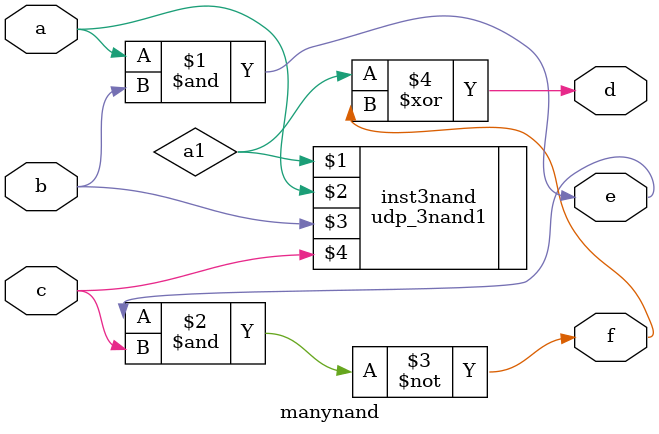
<source format=v>
module manynand(input a, b, c, output d , e ,f);
wire a1, a2, a3 ;
udp_3nand1 inst3nand(a1, a, b, c) ;
and ins1nand(e, a, b) ;
nand ins2nand(f, e, c) ;
xor ins4xor(d, a1, f) ;
endmodule
</source>
